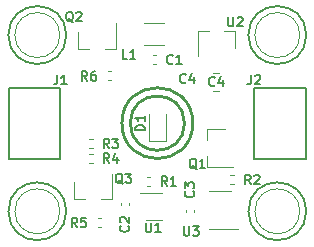
<source format=gbr>
%TF.GenerationSoftware,KiCad,Pcbnew,5.1.7-a382d34a8~87~ubuntu18.04.1*%
%TF.CreationDate,2021-11-07T17:51:24-08:00*%
%TF.ProjectId,i2c_led,6932635f-6c65-4642-9e6b-696361645f70,rev?*%
%TF.SameCoordinates,Original*%
%TF.FileFunction,Legend,Top*%
%TF.FilePolarity,Positive*%
%FSLAX46Y46*%
G04 Gerber Fmt 4.6, Leading zero omitted, Abs format (unit mm)*
G04 Created by KiCad (PCBNEW 5.1.7-a382d34a8~87~ubuntu18.04.1) date 2021-11-07 17:51:24*
%MOMM*%
%LPD*%
G01*
G04 APERTURE LIST*
%ADD10C,0.250000*%
%ADD11C,0.050000*%
%ADD12C,0.150000*%
%ADD13C,0.120000*%
%ADD14C,0.160000*%
G04 APERTURE END LIST*
D10*
X65000000Y-60000000D02*
G75*
G03*
X65000000Y-60000000I-2300000J0D01*
G01*
X65700000Y-60000000D02*
G75*
G03*
X65700000Y-60000000I-3000000J0D01*
G01*
D11*
%TO.C,M4*%
X54440000Y-67460000D02*
G75*
G03*
X54440000Y-67460000I-1900000J0D01*
G01*
D12*
X54990000Y-67460000D02*
G75*
G03*
X54990000Y-67460000I-2450000J0D01*
G01*
D11*
%TO.C,M3*%
X74760000Y-67460000D02*
G75*
G03*
X74760000Y-67460000I-1900000J0D01*
G01*
D12*
X75310000Y-67460000D02*
G75*
G03*
X75310000Y-67460000I-2450000J0D01*
G01*
D11*
%TO.C,M2*%
X74760000Y-52540000D02*
G75*
G03*
X74760000Y-52540000I-1900000J0D01*
G01*
D12*
X75310000Y-52540000D02*
G75*
G03*
X75310000Y-52540000I-2450000J0D01*
G01*
D11*
%TO.C,M1*%
X54440000Y-52540000D02*
G75*
G03*
X54440000Y-52540000I-1900000J0D01*
G01*
D12*
X54990000Y-52540000D02*
G75*
G03*
X54990000Y-52540000I-2450000J0D01*
G01*
D13*
%TO.C,C4*%
X67961252Y-57235000D02*
X67438748Y-57235000D01*
X67961252Y-55765000D02*
X67438748Y-55765000D01*
%TO.C,D1*%
X61965000Y-59200000D02*
X61965000Y-61485000D01*
X61965000Y-61485000D02*
X63435000Y-61485000D01*
X63435000Y-61485000D02*
X63435000Y-59200000D01*
D12*
%TO.C,J1*%
X50125000Y-57000000D02*
X50125000Y-60000000D01*
X50125000Y-60000000D02*
X50125000Y-63000000D01*
X50125000Y-57000000D02*
X54475000Y-57000000D01*
X54475000Y-57000000D02*
X54475000Y-63000000D01*
X54475000Y-63000000D02*
X50125000Y-63000000D01*
%TO.C,J2*%
X70925000Y-57000000D02*
X75275000Y-57000000D01*
X70925000Y-63000000D02*
X70925000Y-57000000D01*
X75275000Y-63000000D02*
X70925000Y-63000000D01*
X75275000Y-60000000D02*
X75275000Y-57000000D01*
X75275000Y-63000000D02*
X75275000Y-60000000D01*
D13*
%TO.C,L1*%
X61564758Y-51540000D02*
X63235242Y-51540000D01*
X61564758Y-53360000D02*
X63235242Y-53360000D01*
%TO.C,Q1*%
X66940000Y-60520000D02*
X68400000Y-60520000D01*
X66940000Y-63680000D02*
X69100000Y-63680000D01*
X66940000Y-63680000D02*
X66940000Y-62750000D01*
X66940000Y-60520000D02*
X66940000Y-61450000D01*
%TO.C,Q2*%
X56020000Y-53710000D02*
X56950000Y-53710000D01*
X59180000Y-53710000D02*
X58250000Y-53710000D01*
X59180000Y-53710000D02*
X59180000Y-51550000D01*
X56020000Y-53710000D02*
X56020000Y-52250000D01*
%TO.C,Q3*%
X55670000Y-66460000D02*
X55670000Y-65000000D01*
X58830000Y-66460000D02*
X58830000Y-64300000D01*
X58830000Y-66460000D02*
X57900000Y-66460000D01*
X55670000Y-66460000D02*
X56600000Y-66460000D01*
%TO.C,U1*%
X61700000Y-68210000D02*
X63100000Y-68210000D01*
X63100000Y-65890000D02*
X61200000Y-65890000D01*
%TO.C,U2*%
X69280000Y-52190000D02*
X68350000Y-52190000D01*
X66120000Y-52190000D02*
X67050000Y-52190000D01*
X66120000Y-52190000D02*
X66120000Y-54350000D01*
X69280000Y-52190000D02*
X69280000Y-53650000D01*
%TO.C,U3*%
X68900000Y-65740000D02*
X67100000Y-65740000D01*
X67100000Y-68960000D02*
X69550000Y-68960000D01*
%TO.C,C1*%
X62342164Y-54960000D02*
X62557836Y-54960000D01*
X62342164Y-54240000D02*
X62557836Y-54240000D01*
%TO.C,C2*%
X60310000Y-66722164D02*
X60310000Y-66937836D01*
X59590000Y-66722164D02*
X59590000Y-66937836D01*
%TO.C,C3*%
X65090000Y-67557836D02*
X65090000Y-67342164D01*
X65810000Y-67557836D02*
X65810000Y-67342164D01*
%TO.C,R1*%
X61796359Y-64520000D02*
X62103641Y-64520000D01*
X61796359Y-65280000D02*
X62103641Y-65280000D01*
%TO.C,R2*%
X68846359Y-65180000D02*
X69153641Y-65180000D01*
X68846359Y-64420000D02*
X69153641Y-64420000D01*
%TO.C,R3*%
X57253641Y-61320000D02*
X56946359Y-61320000D01*
X57253641Y-62080000D02*
X56946359Y-62080000D01*
%TO.C,R4*%
X57253641Y-63380000D02*
X56946359Y-63380000D01*
X57253641Y-62620000D02*
X56946359Y-62620000D01*
%TO.C,R5*%
X57953641Y-68020000D02*
X57646359Y-68020000D01*
X57953641Y-68780000D02*
X57646359Y-68780000D01*
%TO.C,R6*%
X58803641Y-56380000D02*
X58496359Y-56380000D01*
X58803641Y-55620000D02*
X58496359Y-55620000D01*
%TO.C,C4*%
D14*
X65116666Y-56535714D02*
X65078571Y-56573809D01*
X64964285Y-56611904D01*
X64888095Y-56611904D01*
X64773809Y-56573809D01*
X64697619Y-56497619D01*
X64659523Y-56421428D01*
X64621428Y-56269047D01*
X64621428Y-56154761D01*
X64659523Y-56002380D01*
X64697619Y-55926190D01*
X64773809Y-55850000D01*
X64888095Y-55811904D01*
X64964285Y-55811904D01*
X65078571Y-55850000D01*
X65116666Y-55888095D01*
X65802380Y-56078571D02*
X65802380Y-56611904D01*
X65611904Y-55773809D02*
X65421428Y-56345238D01*
X65916666Y-56345238D01*
X67566666Y-56785714D02*
X67528571Y-56823809D01*
X67414285Y-56861904D01*
X67338095Y-56861904D01*
X67223809Y-56823809D01*
X67147619Y-56747619D01*
X67109523Y-56671428D01*
X67071428Y-56519047D01*
X67071428Y-56404761D01*
X67109523Y-56252380D01*
X67147619Y-56176190D01*
X67223809Y-56100000D01*
X67338095Y-56061904D01*
X67414285Y-56061904D01*
X67528571Y-56100000D01*
X67566666Y-56138095D01*
X68252380Y-56328571D02*
X68252380Y-56861904D01*
X68061904Y-56023809D02*
X67871428Y-56595238D01*
X68366666Y-56595238D01*
%TO.C,D1*%
X61631904Y-60590476D02*
X60831904Y-60590476D01*
X60831904Y-60400000D01*
X60870000Y-60285714D01*
X60946190Y-60209523D01*
X61022380Y-60171428D01*
X61174761Y-60133333D01*
X61289047Y-60133333D01*
X61441428Y-60171428D01*
X61517619Y-60209523D01*
X61593809Y-60285714D01*
X61631904Y-60400000D01*
X61631904Y-60590476D01*
X61631904Y-59371428D02*
X61631904Y-59828571D01*
X61631904Y-59600000D02*
X60831904Y-59600000D01*
X60946190Y-59676190D01*
X61022380Y-59752380D01*
X61060476Y-59828571D01*
%TO.C,J1*%
X54233333Y-55921904D02*
X54233333Y-56493333D01*
X54195238Y-56607619D01*
X54119047Y-56683809D01*
X54004761Y-56721904D01*
X53928571Y-56721904D01*
X55033333Y-56721904D02*
X54576190Y-56721904D01*
X54804761Y-56721904D02*
X54804761Y-55921904D01*
X54728571Y-56036190D01*
X54652380Y-56112380D01*
X54576190Y-56150476D01*
%TO.C,J2*%
X70633333Y-55921904D02*
X70633333Y-56493333D01*
X70595238Y-56607619D01*
X70519047Y-56683809D01*
X70404761Y-56721904D01*
X70328571Y-56721904D01*
X70976190Y-55998095D02*
X71014285Y-55960000D01*
X71090476Y-55921904D01*
X71280952Y-55921904D01*
X71357142Y-55960000D01*
X71395238Y-55998095D01*
X71433333Y-56074285D01*
X71433333Y-56150476D01*
X71395238Y-56264761D01*
X70938095Y-56721904D01*
X71433333Y-56721904D01*
%TO.C,L1*%
X60166666Y-54561904D02*
X59785714Y-54561904D01*
X59785714Y-53761904D01*
X60852380Y-54561904D02*
X60395238Y-54561904D01*
X60623809Y-54561904D02*
X60623809Y-53761904D01*
X60547619Y-53876190D01*
X60471428Y-53952380D01*
X60395238Y-53990476D01*
%TO.C,Q1*%
X66023809Y-63888095D02*
X65947619Y-63850000D01*
X65871428Y-63773809D01*
X65757142Y-63659523D01*
X65680952Y-63621428D01*
X65604761Y-63621428D01*
X65642857Y-63811904D02*
X65566666Y-63773809D01*
X65490476Y-63697619D01*
X65452380Y-63545238D01*
X65452380Y-63278571D01*
X65490476Y-63126190D01*
X65566666Y-63050000D01*
X65642857Y-63011904D01*
X65795238Y-63011904D01*
X65871428Y-63050000D01*
X65947619Y-63126190D01*
X65985714Y-63278571D01*
X65985714Y-63545238D01*
X65947619Y-63697619D01*
X65871428Y-63773809D01*
X65795238Y-63811904D01*
X65642857Y-63811904D01*
X66747619Y-63811904D02*
X66290476Y-63811904D01*
X66519047Y-63811904D02*
X66519047Y-63011904D01*
X66442857Y-63126190D01*
X66366666Y-63202380D01*
X66290476Y-63240476D01*
%TO.C,Q2*%
X55573809Y-51438095D02*
X55497619Y-51400000D01*
X55421428Y-51323809D01*
X55307142Y-51209523D01*
X55230952Y-51171428D01*
X55154761Y-51171428D01*
X55192857Y-51361904D02*
X55116666Y-51323809D01*
X55040476Y-51247619D01*
X55002380Y-51095238D01*
X55002380Y-50828571D01*
X55040476Y-50676190D01*
X55116666Y-50600000D01*
X55192857Y-50561904D01*
X55345238Y-50561904D01*
X55421428Y-50600000D01*
X55497619Y-50676190D01*
X55535714Y-50828571D01*
X55535714Y-51095238D01*
X55497619Y-51247619D01*
X55421428Y-51323809D01*
X55345238Y-51361904D01*
X55192857Y-51361904D01*
X55840476Y-50638095D02*
X55878571Y-50600000D01*
X55954761Y-50561904D01*
X56145238Y-50561904D01*
X56221428Y-50600000D01*
X56259523Y-50638095D01*
X56297619Y-50714285D01*
X56297619Y-50790476D01*
X56259523Y-50904761D01*
X55802380Y-51361904D01*
X56297619Y-51361904D01*
%TO.C,Q3*%
X59773809Y-65138095D02*
X59697619Y-65100000D01*
X59621428Y-65023809D01*
X59507142Y-64909523D01*
X59430952Y-64871428D01*
X59354761Y-64871428D01*
X59392857Y-65061904D02*
X59316666Y-65023809D01*
X59240476Y-64947619D01*
X59202380Y-64795238D01*
X59202380Y-64528571D01*
X59240476Y-64376190D01*
X59316666Y-64300000D01*
X59392857Y-64261904D01*
X59545238Y-64261904D01*
X59621428Y-64300000D01*
X59697619Y-64376190D01*
X59735714Y-64528571D01*
X59735714Y-64795238D01*
X59697619Y-64947619D01*
X59621428Y-65023809D01*
X59545238Y-65061904D01*
X59392857Y-65061904D01*
X60002380Y-64261904D02*
X60497619Y-64261904D01*
X60230952Y-64566666D01*
X60345238Y-64566666D01*
X60421428Y-64604761D01*
X60459523Y-64642857D01*
X60497619Y-64719047D01*
X60497619Y-64909523D01*
X60459523Y-64985714D01*
X60421428Y-65023809D01*
X60345238Y-65061904D01*
X60116666Y-65061904D01*
X60040476Y-65023809D01*
X60002380Y-64985714D01*
%TO.C,U1*%
X61740476Y-68411904D02*
X61740476Y-69059523D01*
X61778571Y-69135714D01*
X61816666Y-69173809D01*
X61892857Y-69211904D01*
X62045238Y-69211904D01*
X62121428Y-69173809D01*
X62159523Y-69135714D01*
X62197619Y-69059523D01*
X62197619Y-68411904D01*
X62997619Y-69211904D02*
X62540476Y-69211904D01*
X62769047Y-69211904D02*
X62769047Y-68411904D01*
X62692857Y-68526190D01*
X62616666Y-68602380D01*
X62540476Y-68640476D01*
%TO.C,U2*%
X68690476Y-51011904D02*
X68690476Y-51659523D01*
X68728571Y-51735714D01*
X68766666Y-51773809D01*
X68842857Y-51811904D01*
X68995238Y-51811904D01*
X69071428Y-51773809D01*
X69109523Y-51735714D01*
X69147619Y-51659523D01*
X69147619Y-51011904D01*
X69490476Y-51088095D02*
X69528571Y-51050000D01*
X69604761Y-51011904D01*
X69795238Y-51011904D01*
X69871428Y-51050000D01*
X69909523Y-51088095D01*
X69947619Y-51164285D01*
X69947619Y-51240476D01*
X69909523Y-51354761D01*
X69452380Y-51811904D01*
X69947619Y-51811904D01*
%TO.C,U3*%
X64940476Y-68711904D02*
X64940476Y-69359523D01*
X64978571Y-69435714D01*
X65016666Y-69473809D01*
X65092857Y-69511904D01*
X65245238Y-69511904D01*
X65321428Y-69473809D01*
X65359523Y-69435714D01*
X65397619Y-69359523D01*
X65397619Y-68711904D01*
X65702380Y-68711904D02*
X66197619Y-68711904D01*
X65930952Y-69016666D01*
X66045238Y-69016666D01*
X66121428Y-69054761D01*
X66159523Y-69092857D01*
X66197619Y-69169047D01*
X66197619Y-69359523D01*
X66159523Y-69435714D01*
X66121428Y-69473809D01*
X66045238Y-69511904D01*
X65816666Y-69511904D01*
X65740476Y-69473809D01*
X65702380Y-69435714D01*
%TO.C,C1*%
X64016666Y-54935714D02*
X63978571Y-54973809D01*
X63864285Y-55011904D01*
X63788095Y-55011904D01*
X63673809Y-54973809D01*
X63597619Y-54897619D01*
X63559523Y-54821428D01*
X63521428Y-54669047D01*
X63521428Y-54554761D01*
X63559523Y-54402380D01*
X63597619Y-54326190D01*
X63673809Y-54250000D01*
X63788095Y-54211904D01*
X63864285Y-54211904D01*
X63978571Y-54250000D01*
X64016666Y-54288095D01*
X64778571Y-55011904D02*
X64321428Y-55011904D01*
X64550000Y-55011904D02*
X64550000Y-54211904D01*
X64473809Y-54326190D01*
X64397619Y-54402380D01*
X64321428Y-54440476D01*
%TO.C,C2*%
X60235714Y-68683333D02*
X60273809Y-68721428D01*
X60311904Y-68835714D01*
X60311904Y-68911904D01*
X60273809Y-69026190D01*
X60197619Y-69102380D01*
X60121428Y-69140476D01*
X59969047Y-69178571D01*
X59854761Y-69178571D01*
X59702380Y-69140476D01*
X59626190Y-69102380D01*
X59550000Y-69026190D01*
X59511904Y-68911904D01*
X59511904Y-68835714D01*
X59550000Y-68721428D01*
X59588095Y-68683333D01*
X59588095Y-68378571D02*
X59550000Y-68340476D01*
X59511904Y-68264285D01*
X59511904Y-68073809D01*
X59550000Y-67997619D01*
X59588095Y-67959523D01*
X59664285Y-67921428D01*
X59740476Y-67921428D01*
X59854761Y-67959523D01*
X60311904Y-68416666D01*
X60311904Y-67921428D01*
%TO.C,C3*%
X65735714Y-65783333D02*
X65773809Y-65821428D01*
X65811904Y-65935714D01*
X65811904Y-66011904D01*
X65773809Y-66126190D01*
X65697619Y-66202380D01*
X65621428Y-66240476D01*
X65469047Y-66278571D01*
X65354761Y-66278571D01*
X65202380Y-66240476D01*
X65126190Y-66202380D01*
X65050000Y-66126190D01*
X65011904Y-66011904D01*
X65011904Y-65935714D01*
X65050000Y-65821428D01*
X65088095Y-65783333D01*
X65011904Y-65516666D02*
X65011904Y-65021428D01*
X65316666Y-65288095D01*
X65316666Y-65173809D01*
X65354761Y-65097619D01*
X65392857Y-65059523D01*
X65469047Y-65021428D01*
X65659523Y-65021428D01*
X65735714Y-65059523D01*
X65773809Y-65097619D01*
X65811904Y-65173809D01*
X65811904Y-65402380D01*
X65773809Y-65478571D01*
X65735714Y-65516666D01*
%TO.C,R1*%
X63516666Y-65311904D02*
X63250000Y-64930952D01*
X63059523Y-65311904D02*
X63059523Y-64511904D01*
X63364285Y-64511904D01*
X63440476Y-64550000D01*
X63478571Y-64588095D01*
X63516666Y-64664285D01*
X63516666Y-64778571D01*
X63478571Y-64854761D01*
X63440476Y-64892857D01*
X63364285Y-64930952D01*
X63059523Y-64930952D01*
X64278571Y-65311904D02*
X63821428Y-65311904D01*
X64050000Y-65311904D02*
X64050000Y-64511904D01*
X63973809Y-64626190D01*
X63897619Y-64702380D01*
X63821428Y-64740476D01*
%TO.C,R2*%
X70616666Y-65161904D02*
X70350000Y-64780952D01*
X70159523Y-65161904D02*
X70159523Y-64361904D01*
X70464285Y-64361904D01*
X70540476Y-64400000D01*
X70578571Y-64438095D01*
X70616666Y-64514285D01*
X70616666Y-64628571D01*
X70578571Y-64704761D01*
X70540476Y-64742857D01*
X70464285Y-64780952D01*
X70159523Y-64780952D01*
X70921428Y-64438095D02*
X70959523Y-64400000D01*
X71035714Y-64361904D01*
X71226190Y-64361904D01*
X71302380Y-64400000D01*
X71340476Y-64438095D01*
X71378571Y-64514285D01*
X71378571Y-64590476D01*
X71340476Y-64704761D01*
X70883333Y-65161904D01*
X71378571Y-65161904D01*
%TO.C,R3*%
X58616666Y-62111904D02*
X58350000Y-61730952D01*
X58159523Y-62111904D02*
X58159523Y-61311904D01*
X58464285Y-61311904D01*
X58540476Y-61350000D01*
X58578571Y-61388095D01*
X58616666Y-61464285D01*
X58616666Y-61578571D01*
X58578571Y-61654761D01*
X58540476Y-61692857D01*
X58464285Y-61730952D01*
X58159523Y-61730952D01*
X58883333Y-61311904D02*
X59378571Y-61311904D01*
X59111904Y-61616666D01*
X59226190Y-61616666D01*
X59302380Y-61654761D01*
X59340476Y-61692857D01*
X59378571Y-61769047D01*
X59378571Y-61959523D01*
X59340476Y-62035714D01*
X59302380Y-62073809D01*
X59226190Y-62111904D01*
X58997619Y-62111904D01*
X58921428Y-62073809D01*
X58883333Y-62035714D01*
%TO.C,R4*%
X58616666Y-63361904D02*
X58350000Y-62980952D01*
X58159523Y-63361904D02*
X58159523Y-62561904D01*
X58464285Y-62561904D01*
X58540476Y-62600000D01*
X58578571Y-62638095D01*
X58616666Y-62714285D01*
X58616666Y-62828571D01*
X58578571Y-62904761D01*
X58540476Y-62942857D01*
X58464285Y-62980952D01*
X58159523Y-62980952D01*
X59302380Y-62828571D02*
X59302380Y-63361904D01*
X59111904Y-62523809D02*
X58921428Y-63095238D01*
X59416666Y-63095238D01*
%TO.C,R5*%
X55916666Y-68811904D02*
X55650000Y-68430952D01*
X55459523Y-68811904D02*
X55459523Y-68011904D01*
X55764285Y-68011904D01*
X55840476Y-68050000D01*
X55878571Y-68088095D01*
X55916666Y-68164285D01*
X55916666Y-68278571D01*
X55878571Y-68354761D01*
X55840476Y-68392857D01*
X55764285Y-68430952D01*
X55459523Y-68430952D01*
X56640476Y-68011904D02*
X56259523Y-68011904D01*
X56221428Y-68392857D01*
X56259523Y-68354761D01*
X56335714Y-68316666D01*
X56526190Y-68316666D01*
X56602380Y-68354761D01*
X56640476Y-68392857D01*
X56678571Y-68469047D01*
X56678571Y-68659523D01*
X56640476Y-68735714D01*
X56602380Y-68773809D01*
X56526190Y-68811904D01*
X56335714Y-68811904D01*
X56259523Y-68773809D01*
X56221428Y-68735714D01*
%TO.C,R6*%
X56776666Y-56411904D02*
X56510000Y-56030952D01*
X56319523Y-56411904D02*
X56319523Y-55611904D01*
X56624285Y-55611904D01*
X56700476Y-55650000D01*
X56738571Y-55688095D01*
X56776666Y-55764285D01*
X56776666Y-55878571D01*
X56738571Y-55954761D01*
X56700476Y-55992857D01*
X56624285Y-56030952D01*
X56319523Y-56030952D01*
X57462380Y-55611904D02*
X57310000Y-55611904D01*
X57233809Y-55650000D01*
X57195714Y-55688095D01*
X57119523Y-55802380D01*
X57081428Y-55954761D01*
X57081428Y-56259523D01*
X57119523Y-56335714D01*
X57157619Y-56373809D01*
X57233809Y-56411904D01*
X57386190Y-56411904D01*
X57462380Y-56373809D01*
X57500476Y-56335714D01*
X57538571Y-56259523D01*
X57538571Y-56069047D01*
X57500476Y-55992857D01*
X57462380Y-55954761D01*
X57386190Y-55916666D01*
X57233809Y-55916666D01*
X57157619Y-55954761D01*
X57119523Y-55992857D01*
X57081428Y-56069047D01*
%TD*%
M02*

</source>
